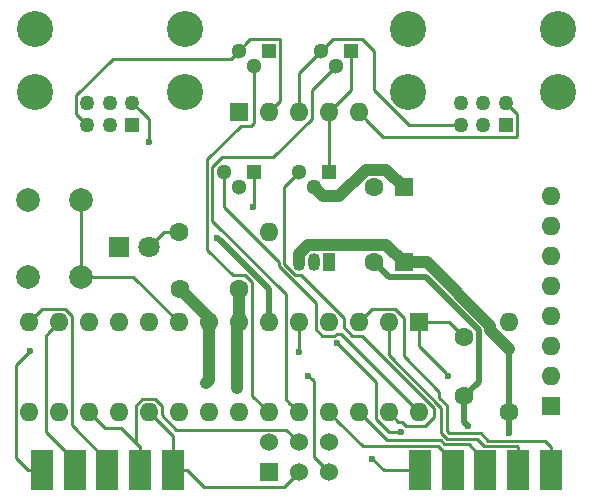
<source format=gtl>
G04 #@! TF.GenerationSoftware,KiCad,Pcbnew,5.1.5+dfsg1-2build2*
G04 #@! TF.CreationDate,2020-11-12T23:36:01+01:00*
G04 #@! TF.ProjectId,nunchuk64-tht,6e756e63-6875-46b3-9634-2d7468742e6b,rev?*
G04 #@! TF.SameCoordinates,Original*
G04 #@! TF.FileFunction,Copper,L1,Top*
G04 #@! TF.FilePolarity,Positive*
%FSLAX46Y46*%
G04 Gerber Fmt 4.6, Leading zero omitted, Abs format (unit mm)*
G04 Created by KiCad (PCBNEW 5.1.5+dfsg1-2build2) date 2020-11-12 23:36:01*
%MOMM*%
%LPD*%
G04 APERTURE LIST*
%ADD10R,1.524000X1.524000*%
%ADD11C,1.524000*%
%ADD12O,1.600000X1.600000*%
%ADD13R,1.600000X1.600000*%
%ADD14R,1.800000X1.800000*%
%ADD15C,1.800000*%
%ADD16C,1.600000*%
%ADD17R,1.050000X1.500000*%
%ADD18O,1.050000X1.500000*%
%ADD19R,1.300000X1.300000*%
%ADD20C,1.300000*%
%ADD21R,1.270000X1.270000*%
%ADD22C,1.270000*%
%ADD23C,3.048000*%
%ADD24R,1.846667X3.480000*%
%ADD25C,2.000000*%
%ADD26C,0.600000*%
%ADD27C,0.250000*%
%ADD28C,0.508000*%
%ADD29C,1.000000*%
G04 APERTURE END LIST*
D10*
X99060000Y-111760000D03*
D11*
X99060000Y-109220000D03*
X101600000Y-111760000D03*
X101600000Y-109220000D03*
X104140000Y-111760000D03*
X104140000Y-109220000D03*
D12*
X122936000Y-88392000D03*
X122936000Y-90932000D03*
X122936000Y-93472000D03*
X122936000Y-96012000D03*
X122936000Y-98552000D03*
X122936000Y-101092000D03*
X122936000Y-103632000D03*
D13*
X122936000Y-106172000D03*
D14*
X86360000Y-92710000D03*
D15*
X88900000Y-92710000D03*
D12*
X106680000Y-81280000D03*
X104140000Y-81280000D03*
X101600000Y-81280000D03*
X99060000Y-81280000D03*
D13*
X96520000Y-81280000D03*
D16*
X107990000Y-87630000D03*
D13*
X110490000Y-87630000D03*
D16*
X107990000Y-93980000D03*
D13*
X110490000Y-93980000D03*
D17*
X104140000Y-93980000D03*
D18*
X101600000Y-93980000D03*
X102870000Y-93980000D03*
D19*
X104140000Y-86360000D03*
D20*
X101600000Y-86360000D03*
X102870000Y-87630000D03*
D19*
X97790000Y-86360000D03*
D20*
X95250000Y-86360000D03*
X96520000Y-87630000D03*
D19*
X106045000Y-76073000D03*
D20*
X103505000Y-76073000D03*
X104775000Y-77343000D03*
D19*
X99060000Y-76073000D03*
D20*
X96520000Y-76073000D03*
X97790000Y-77343000D03*
D12*
X119380000Y-99060000D03*
D16*
X119380000Y-106680000D03*
X91440000Y-91440000D03*
D12*
X99060000Y-91440000D03*
D16*
X115570000Y-105330000D03*
X115570000Y-100330000D03*
X91520000Y-96202500D03*
X96520000Y-96202500D03*
D12*
X111760000Y-106680000D03*
X78740000Y-99060000D03*
X109220000Y-106680000D03*
X81280000Y-99060000D03*
X106680000Y-106680000D03*
X83820000Y-99060000D03*
X104140000Y-106680000D03*
X86360000Y-99060000D03*
X101600000Y-106680000D03*
X88900000Y-99060000D03*
X99060000Y-106680000D03*
X91440000Y-99060000D03*
X96520000Y-106680000D03*
X93980000Y-99060000D03*
X93980000Y-106680000D03*
X96520000Y-99060000D03*
X91440000Y-106680000D03*
X99060000Y-99060000D03*
X88900000Y-106680000D03*
X101600000Y-99060000D03*
X86360000Y-106680000D03*
X104140000Y-99060000D03*
X83820000Y-106680000D03*
X106680000Y-99060000D03*
X81280000Y-106680000D03*
X109220000Y-99060000D03*
X78740000Y-106680000D03*
D13*
X111760000Y-99060000D03*
D21*
X119105000Y-82388000D03*
D22*
X119105000Y-80483000D03*
X117200000Y-82388000D03*
X117200000Y-80483000D03*
X115295000Y-82388000D03*
X115295000Y-80483000D03*
D23*
X123550000Y-79594000D03*
X110850000Y-74260000D03*
X123550000Y-74260000D03*
X110850000Y-79594000D03*
D24*
X90940000Y-111600000D03*
X88170000Y-111600000D03*
X85400000Y-111600000D03*
X82630000Y-111600000D03*
X79860000Y-111600000D03*
X122940000Y-111600000D03*
X120170000Y-111600000D03*
X117400000Y-111600000D03*
X114630000Y-111600000D03*
X111860000Y-111600000D03*
D21*
X87505000Y-82388000D03*
D22*
X87505000Y-80483000D03*
X85600000Y-82388000D03*
X85600000Y-80483000D03*
X83695000Y-82388000D03*
X83695000Y-80483000D03*
D23*
X91950000Y-79594000D03*
X79250000Y-74260000D03*
X91950000Y-74260000D03*
X79250000Y-79594000D03*
D25*
X83200000Y-95200000D03*
X78700000Y-95200000D03*
X83200000Y-88700000D03*
X78700000Y-88700000D03*
D26*
X107823000Y-110617000D03*
X96401056Y-104657511D03*
X119380000Y-108430011D03*
X93726000Y-104203500D03*
X115887500Y-107813010D03*
X104791085Y-100800062D03*
X110289060Y-108374968D03*
X78867000Y-101473000D03*
X101600000Y-101600000D03*
X88900000Y-83820000D03*
X97716187Y-89280009D03*
X102388632Y-103579989D03*
X114239051Y-103579989D03*
X94678500Y-91884500D03*
D27*
X122405001Y-109075001D02*
X122940000Y-109610000D01*
X117649999Y-109075001D02*
X122405001Y-109075001D01*
X114300000Y-108458000D02*
X117030500Y-108458000D01*
X114109500Y-108267500D02*
X114300000Y-108458000D01*
X110490000Y-98664998D02*
X110490000Y-101915002D01*
X109760001Y-97934999D02*
X110490000Y-98664998D01*
X122940000Y-109610000D02*
X122940000Y-111600000D01*
X113507499Y-105489675D02*
X114109500Y-106091676D01*
X114109500Y-106091676D02*
X114109500Y-108267500D01*
X113507499Y-104932501D02*
X113507499Y-105489675D01*
X106680000Y-99060000D02*
X107805001Y-97934999D01*
X117030500Y-108458000D02*
X117649999Y-109075001D01*
X110490000Y-101915002D02*
X113507499Y-104932501D01*
X107805001Y-97934999D02*
X109760001Y-97934999D01*
X109220000Y-99060000D02*
X109220000Y-101838588D01*
X109220000Y-101838588D02*
X113659489Y-106278077D01*
X116701400Y-108908011D02*
X117318401Y-109525012D01*
X117318401Y-109525012D02*
X120085012Y-109525012D01*
X113659489Y-106278077D02*
X113659489Y-108453900D01*
X113659489Y-108453900D02*
X114113600Y-108908011D01*
X114113600Y-108908011D02*
X116701400Y-108908011D01*
X120085012Y-109525012D02*
X120170000Y-109610000D01*
X120170000Y-109610000D02*
X120170000Y-111600000D01*
X117400000Y-110783334D02*
X117400000Y-111600000D01*
X115974688Y-109358022D02*
X117400000Y-110783334D01*
X113927200Y-109358022D02*
X115974688Y-109358022D01*
X113604189Y-109035011D02*
X113927200Y-109358022D01*
X109035011Y-109035011D02*
X113604189Y-109035011D01*
X106680000Y-106680000D02*
X109035011Y-109035011D01*
X104939999Y-107479999D02*
X104140000Y-106680000D01*
X113381665Y-109534999D02*
X106994999Y-109534999D01*
X114630000Y-110783334D02*
X113381665Y-109534999D01*
X106994999Y-109534999D02*
X104939999Y-107479999D01*
X114630000Y-111600000D02*
X114630000Y-110783334D01*
X108806000Y-111600000D02*
X107823000Y-110617000D01*
X111860000Y-111600000D02*
X108806000Y-111600000D01*
D28*
X119380000Y-106680000D02*
X119380000Y-101282800D01*
X119380000Y-106680000D02*
X119380000Y-108430011D01*
X96520000Y-99060000D02*
X96520000Y-96520000D01*
D29*
X117778012Y-99332915D02*
X112425097Y-93980000D01*
X112425097Y-93980000D02*
X112290000Y-93980000D01*
X117778012Y-99680812D02*
X117778012Y-99332915D01*
X112290000Y-93980000D02*
X110490000Y-93980000D01*
X119380000Y-101282800D02*
X117778012Y-99680812D01*
X101600000Y-93292575D02*
X101600000Y-93980000D01*
X102412576Y-92479999D02*
X101600000Y-93292575D01*
X108989999Y-92479999D02*
X102412576Y-92479999D01*
X110490000Y-93980000D02*
X108989999Y-92479999D01*
X96401056Y-99178944D02*
X96520000Y-99060000D01*
X96401056Y-104657511D02*
X96401056Y-99178944D01*
X96520000Y-99060000D02*
X96520000Y-96202500D01*
D28*
X93980000Y-98980000D02*
X91520000Y-96520000D01*
X93980000Y-99060000D02*
X93980000Y-98980000D01*
X116824001Y-99728079D02*
X112345922Y-95250000D01*
X116824001Y-104075999D02*
X116824001Y-99728079D01*
X115570000Y-105330000D02*
X116824001Y-104075999D01*
X109260000Y-95250000D02*
X107990000Y-93980000D01*
X112345922Y-95250000D02*
X109260000Y-95250000D01*
D29*
X93980000Y-103949500D02*
X93726000Y-104203500D01*
X93980000Y-99060000D02*
X93980000Y-103949500D01*
X93980000Y-98662500D02*
X91520000Y-96202500D01*
X93980000Y-99060000D02*
X93980000Y-98662500D01*
D28*
X115570000Y-107495510D02*
X115887500Y-107813010D01*
X115570000Y-105330000D02*
X115570000Y-107495510D01*
D27*
X109864796Y-108374968D02*
X110289060Y-108374968D01*
X108094999Y-104103976D02*
X108094999Y-107220001D01*
X108094999Y-107220001D02*
X109249966Y-108374968D01*
X109249966Y-108374968D02*
X109864796Y-108374968D01*
X104791085Y-100800062D02*
X108094999Y-104103976D01*
X90940000Y-108720000D02*
X90940000Y-111600000D01*
X88900000Y-106680000D02*
X90940000Y-108720000D01*
X101600000Y-111760000D02*
X100330000Y-113030000D01*
X92113333Y-111600000D02*
X90940000Y-111600000D01*
X93543333Y-113030000D02*
X92113333Y-111600000D01*
X100330000Y-113030000D02*
X93543333Y-113030000D01*
X101600000Y-109220000D02*
X100512999Y-108132999D01*
X87774999Y-109214999D02*
X88170000Y-109610000D01*
X100512999Y-108132999D02*
X91227997Y-108132999D01*
X91227997Y-108132999D02*
X90025001Y-106930003D01*
X90025001Y-106930003D02*
X90025001Y-106139999D01*
X89440001Y-105554999D02*
X88359999Y-105554999D01*
X90025001Y-106139999D02*
X89440001Y-105554999D01*
X88359999Y-105554999D02*
X87774999Y-106139999D01*
X87774999Y-106139999D02*
X87774999Y-109214999D01*
X88170000Y-109610000D02*
X88170000Y-111600000D01*
X88170000Y-109610000D02*
X86573500Y-108013500D01*
X85153500Y-108013500D02*
X83820000Y-106680000D01*
X86573500Y-108013500D02*
X85153500Y-108013500D01*
X79539999Y-98260001D02*
X78740000Y-99060000D01*
X79865001Y-97934999D02*
X79539999Y-98260001D01*
X81820001Y-97934999D02*
X79865001Y-97934999D01*
X82405001Y-98519999D02*
X81820001Y-97934999D01*
X82405001Y-107788335D02*
X82405001Y-98519999D01*
X85400000Y-110783334D02*
X82405001Y-107788335D01*
X85400000Y-111600000D02*
X85400000Y-110783334D01*
X80480001Y-99859999D02*
X81280000Y-99060000D01*
X80154999Y-108308333D02*
X80154999Y-100185001D01*
X82630000Y-110783334D02*
X80154999Y-108308333D01*
X80154999Y-100185001D02*
X80480001Y-99859999D01*
X82630000Y-111600000D02*
X82630000Y-110783334D01*
X77614999Y-110528332D02*
X77614999Y-102661501D01*
X78686667Y-111600000D02*
X77614999Y-110528332D01*
X79860000Y-111600000D02*
X78686667Y-111600000D01*
X78803500Y-101473000D02*
X78867000Y-101473000D01*
X77614999Y-102661501D02*
X78803500Y-101473000D01*
X101600000Y-101600000D02*
X101600000Y-99060000D01*
D29*
X107269999Y-86129999D02*
X105007998Y-88392000D01*
X108989999Y-86129999D02*
X107269999Y-86129999D01*
X110490000Y-87630000D02*
X108989999Y-86129999D01*
X103632000Y-88392000D02*
X102870000Y-87630000D01*
X105007998Y-88392000D02*
X103632000Y-88392000D01*
D27*
X107479999Y-82079999D02*
X106680000Y-81280000D01*
X120000001Y-83348001D02*
X108748001Y-83348001D01*
X120065001Y-83283001D02*
X120000001Y-83348001D01*
X120065001Y-81443001D02*
X120065001Y-83283001D01*
X108748001Y-83348001D02*
X107479999Y-82079999D01*
X119105000Y-80483000D02*
X120065001Y-81443001D01*
X88139999Y-81117999D02*
X87505000Y-80483000D01*
X88900000Y-81878000D02*
X88139999Y-81117999D01*
X88900000Y-83820000D02*
X88900000Y-81878000D01*
X97790000Y-86360000D02*
X97790000Y-89206196D01*
X97790000Y-89206196D02*
X97716187Y-89280009D01*
X99060000Y-106680000D02*
X97645001Y-105265001D01*
X97645001Y-105265001D02*
X97645001Y-95662499D01*
X97790000Y-82195002D02*
X97790000Y-78262238D01*
X97580001Y-82405001D02*
X97790000Y-82195002D01*
X93824988Y-85245012D02*
X96664999Y-82405001D01*
X96664999Y-82405001D02*
X97580001Y-82405001D01*
X97645001Y-95662499D02*
X97060001Y-95077499D01*
X93824988Y-92915012D02*
X93824988Y-85245012D01*
X97790000Y-78262238D02*
X97790000Y-77343000D01*
X97060001Y-95077499D02*
X95987475Y-95077499D01*
X95987475Y-95077499D02*
X93824988Y-92915012D01*
X102725001Y-81820001D02*
X99455002Y-85090000D01*
X102725001Y-79392999D02*
X102725001Y-81820001D01*
X104775000Y-77343000D02*
X102725001Y-79392999D01*
X94274999Y-85891999D02*
X94274999Y-90464999D01*
X95076998Y-85090000D02*
X94274999Y-85891999D01*
X99455002Y-85090000D02*
X95076998Y-85090000D01*
X100800001Y-105880001D02*
X101600000Y-106680000D01*
X100474999Y-105554999D02*
X100800001Y-105880001D01*
X100474999Y-96664999D02*
X100474999Y-105554999D01*
X94274999Y-90464999D02*
X100474999Y-96664999D01*
X95250000Y-87279238D02*
X95250000Y-86360000D01*
X95250000Y-89295003D02*
X95250000Y-87279238D01*
X103014999Y-99600001D02*
X103014999Y-97458505D01*
X103014999Y-97458505D02*
X99879989Y-94323495D01*
X103599999Y-100185001D02*
X103014999Y-99600001D01*
X104680001Y-100185001D02*
X103599999Y-100185001D01*
X105165999Y-100085999D02*
X104779003Y-100085999D01*
X99879989Y-93924992D02*
X95250000Y-89295003D01*
X104779003Y-100085999D02*
X104680001Y-100185001D01*
X111760000Y-106680000D02*
X105165999Y-100085999D01*
X99879989Y-94323495D02*
X99879989Y-93924992D01*
X110319093Y-107479999D02*
X110644095Y-107805001D01*
X110644095Y-107805001D02*
X112300001Y-107805001D01*
X105410000Y-99455002D02*
X105410000Y-98664998D01*
X112300001Y-107805001D02*
X113030000Y-107075002D01*
X105410000Y-98664998D02*
X101800012Y-95055010D01*
X101247915Y-95055010D02*
X100330000Y-94137095D01*
X100330000Y-94137095D02*
X100330000Y-87630000D01*
X110019999Y-107479999D02*
X110319093Y-107479999D01*
X106139999Y-100185001D02*
X105410000Y-99455002D01*
X113030000Y-106284998D02*
X106930003Y-100185001D01*
X109220000Y-106680000D02*
X110019999Y-107479999D01*
X100950001Y-87009999D02*
X101600000Y-86360000D01*
X101800012Y-95055010D02*
X101247915Y-95055010D01*
X100330000Y-87630000D02*
X100950001Y-87009999D01*
X113030000Y-107075002D02*
X113030000Y-106284998D01*
X106930003Y-100185001D02*
X106139999Y-100185001D01*
X114300000Y-99060000D02*
X115570000Y-100330000D01*
X111760000Y-99060000D02*
X114300000Y-99060000D01*
X102688631Y-103879988D02*
X102388632Y-103579989D01*
X104140000Y-111760000D02*
X102870000Y-110490000D01*
X102870000Y-104061357D02*
X102688631Y-103879988D01*
X113939052Y-103279990D02*
X114239051Y-103579989D01*
X102870000Y-110490000D02*
X102870000Y-104061357D01*
X111760000Y-101100938D02*
X113939052Y-103279990D01*
X111760000Y-99060000D02*
X111760000Y-101100938D01*
X97169999Y-75423001D02*
X96520000Y-76073000D01*
X97495001Y-75097999D02*
X97169999Y-75423001D01*
X99970001Y-75097999D02*
X97495001Y-75097999D01*
X100035001Y-75162999D02*
X99970001Y-75097999D01*
X100035001Y-80304999D02*
X100035001Y-75162999D01*
X99060000Y-81280000D02*
X100035001Y-80304999D01*
X95870001Y-76722999D02*
X85837001Y-76722999D01*
X96520000Y-76073000D02*
X95870001Y-76722999D01*
X83060001Y-81753001D02*
X83695000Y-82388000D01*
X82734999Y-81427999D02*
X83060001Y-81753001D01*
X82734999Y-79825001D02*
X82734999Y-81427999D01*
X85837001Y-76722999D02*
X82734999Y-79825001D01*
X103505000Y-76073000D02*
X101600000Y-77978000D01*
X101600000Y-77978000D02*
X101600000Y-81280000D01*
X110907478Y-82388000D02*
X107950000Y-79430522D01*
X115295000Y-82388000D02*
X110907478Y-82388000D01*
X104480001Y-75097999D02*
X104154999Y-75423001D01*
X104154999Y-75423001D02*
X103505000Y-76073000D01*
X106955001Y-75097999D02*
X104480001Y-75097999D01*
X107950000Y-76092998D02*
X106955001Y-75097999D01*
X107950000Y-79430522D02*
X107950000Y-76092998D01*
X104140000Y-81280000D02*
X104140000Y-86360000D01*
X106045000Y-79375000D02*
X104140000Y-81280000D01*
X106045000Y-76073000D02*
X106045000Y-79375000D01*
X90170000Y-91440000D02*
X91440000Y-91440000D01*
X88900000Y-92710000D02*
X90170000Y-91440000D01*
D28*
X94978499Y-92184499D02*
X94678500Y-91884500D01*
X99060000Y-96258653D02*
X94985846Y-92184499D01*
X94985846Y-92184499D02*
X94978499Y-92184499D01*
X99060000Y-99060000D02*
X99060000Y-96258653D01*
D27*
X87580000Y-95200000D02*
X83200000Y-95200000D01*
X91440000Y-99060000D02*
X87580000Y-95200000D01*
X83200000Y-95200000D02*
X83200000Y-88700000D01*
M02*

</source>
